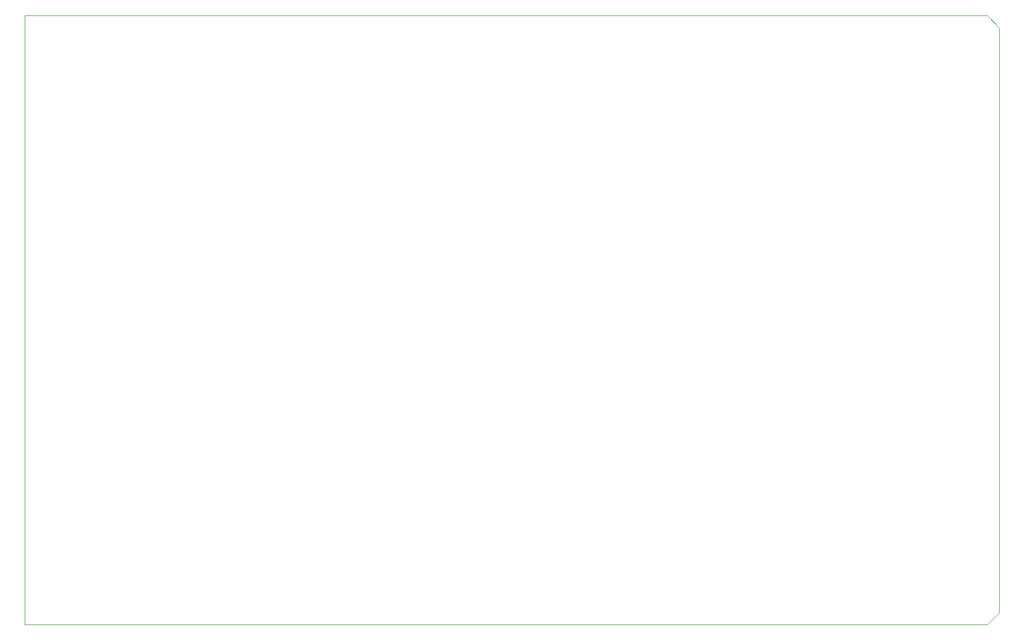
<source format=gbr>
%TF.GenerationSoftware,KiCad,Pcbnew,7.0.1*%
%TF.CreationDate,2023-05-27T02:15:05+02:00*%
%TF.ProjectId,main,6d61696e-2e6b-4696-9361-645f70636258,v1.0.1*%
%TF.SameCoordinates,Original*%
%TF.FileFunction,Profile,NP*%
%FSLAX46Y46*%
G04 Gerber Fmt 4.6, Leading zero omitted, Abs format (unit mm)*
G04 Created by KiCad (PCBNEW 7.0.1) date 2023-05-27 02:15:05*
%MOMM*%
%LPD*%
G01*
G04 APERTURE LIST*
%TA.AperFunction,Profile*%
%ADD10C,0.050000*%
%TD*%
G04 APERTURE END LIST*
D10*
X195000000Y-62000000D02*
X193000000Y-60000000D01*
X35000000Y-160000000D02*
X35000000Y-60000000D01*
X35000000Y-60000000D02*
X193000000Y-60000000D01*
X193000000Y-160000000D02*
X35000000Y-160000000D01*
X195000000Y-62000000D02*
X195000000Y-158000000D01*
X195000000Y-158000000D02*
X193000000Y-160000000D01*
M02*

</source>
